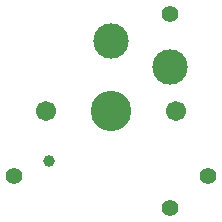
<source format=gbr>
%TF.GenerationSoftware,KiCad,Pcbnew,9.0.5*%
%TF.CreationDate,2025-10-08T11:55:14+08:00*%
%TF.ProjectId,snowshoe-choc,736e6f77-7368-46f6-952d-63686f632e6b,rev?*%
%TF.SameCoordinates,Original*%
%TF.FileFunction,Soldermask,Top*%
%TF.FilePolarity,Negative*%
%FSLAX46Y46*%
G04 Gerber Fmt 4.6, Leading zero omitted, Abs format (unit mm)*
G04 Created by KiCad (PCBNEW 9.0.5) date 2025-10-08 11:55:14*
%MOMM*%
%LPD*%
G01*
G04 APERTURE LIST*
%ADD10C,1.400000*%
%ADD11C,1.701800*%
%ADD12C,3.000000*%
%ADD13C,3.429000*%
%ADD14C,0.990600*%
G04 APERTURE END LIST*
D10*
%TO.C,PR1*%
X96750000Y-70500000D03*
%TD*%
%TO.C,PC2*%
X110000000Y-73250000D03*
%TD*%
D11*
%TO.C,SW1*%
X110500000Y-65000000D03*
D12*
X110000000Y-61250000D03*
D13*
X105000000Y-65000000D03*
D12*
X105000000Y-59050000D03*
D14*
X99780000Y-69200000D03*
D11*
X99500000Y-65000000D03*
%TD*%
D10*
%TO.C,PC1*%
X110000000Y-56750000D03*
%TD*%
%TO.C,PR2*%
X113250000Y-70500000D03*
%TD*%
M02*

</source>
